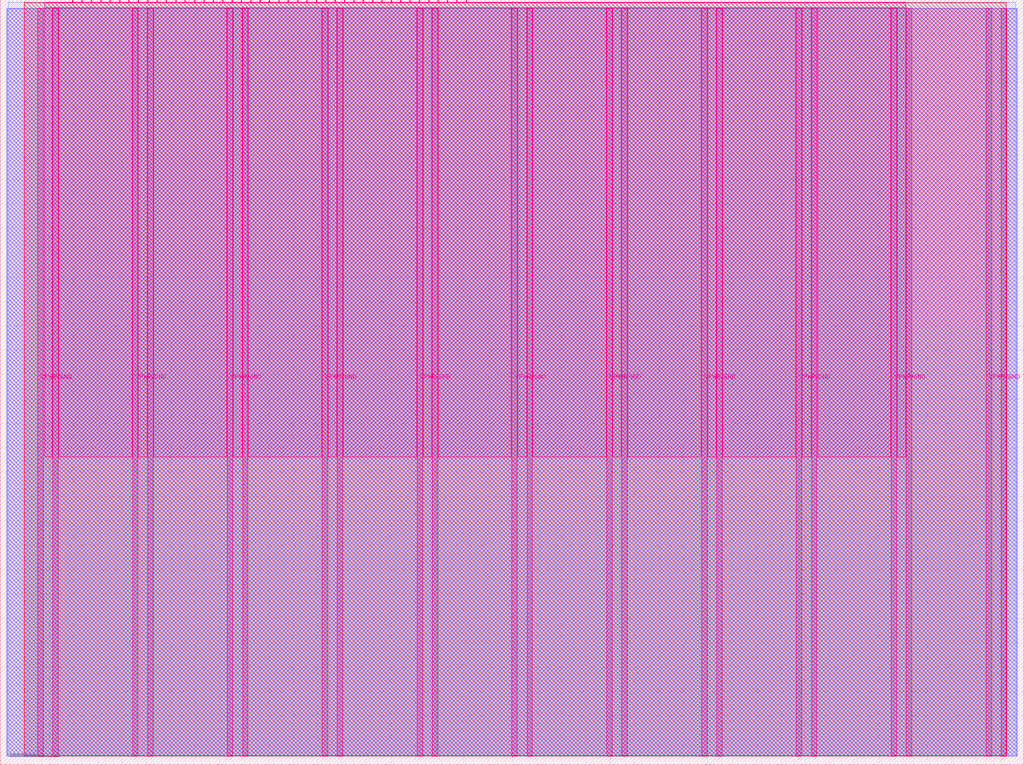
<source format=lef>
VERSION 5.7 ;
  NOWIREEXTENSIONATPIN ON ;
  DIVIDERCHAR "/" ;
  BUSBITCHARS "[]" ;
MACRO tt_um_silice
  CLASS BLOCK ;
  FOREIGN tt_um_silice ;
  ORIGIN 0.000 0.000 ;
  SIZE 419.520 BY 313.740 ;
  PIN VGND
    DIRECTION INOUT ;
    USE GROUND ;
    PORT
      LAYER Metal5 ;
        RECT 21.580 3.560 23.780 310.180 ;
    END
    PORT
      LAYER Metal5 ;
        RECT 60.450 3.560 62.650 310.180 ;
    END
    PORT
      LAYER Metal5 ;
        RECT 99.320 3.560 101.520 310.180 ;
    END
    PORT
      LAYER Metal5 ;
        RECT 138.190 3.560 140.390 310.180 ;
    END
    PORT
      LAYER Metal5 ;
        RECT 177.060 3.560 179.260 310.180 ;
    END
    PORT
      LAYER Metal5 ;
        RECT 215.930 3.560 218.130 310.180 ;
    END
    PORT
      LAYER Metal5 ;
        RECT 254.800 3.560 257.000 310.180 ;
    END
    PORT
      LAYER Metal5 ;
        RECT 293.670 3.560 295.870 310.180 ;
    END
    PORT
      LAYER Metal5 ;
        RECT 332.540 3.560 334.740 310.180 ;
    END
    PORT
      LAYER Metal5 ;
        RECT 371.410 3.560 373.610 310.180 ;
    END
    PORT
      LAYER Metal5 ;
        RECT 410.280 3.560 412.480 310.180 ;
    END
  END VGND
  PIN VPWR
    DIRECTION INOUT ;
    USE POWER ;
    PORT
      LAYER Metal5 ;
        RECT 15.380 3.560 17.580 310.180 ;
    END
    PORT
      LAYER Metal5 ;
        RECT 54.250 3.560 56.450 310.180 ;
    END
    PORT
      LAYER Metal5 ;
        RECT 93.120 3.560 95.320 310.180 ;
    END
    PORT
      LAYER Metal5 ;
        RECT 131.990 3.560 134.190 310.180 ;
    END
    PORT
      LAYER Metal5 ;
        RECT 170.860 3.560 173.060 310.180 ;
    END
    PORT
      LAYER Metal5 ;
        RECT 209.730 3.560 211.930 310.180 ;
    END
    PORT
      LAYER Metal5 ;
        RECT 248.600 3.560 250.800 310.180 ;
    END
    PORT
      LAYER Metal5 ;
        RECT 287.470 3.560 289.670 310.180 ;
    END
    PORT
      LAYER Metal5 ;
        RECT 326.340 3.560 328.540 310.180 ;
    END
    PORT
      LAYER Metal5 ;
        RECT 365.210 3.560 367.410 310.180 ;
    END
    PORT
      LAYER Metal5 ;
        RECT 404.080 3.560 406.280 310.180 ;
    END
  END VPWR
  PIN clk
    DIRECTION INPUT ;
    USE SIGNAL ;
    ANTENNAGATEAREA 0.213200 ;
    PORT
      LAYER Metal5 ;
        RECT 187.050 312.740 187.350 313.740 ;
    END
  END clk
  PIN ena
    DIRECTION INPUT ;
    USE SIGNAL ;
    PORT
      LAYER Metal5 ;
        RECT 190.890 312.740 191.190 313.740 ;
    END
  END ena
  PIN rst_n
    DIRECTION INPUT ;
    USE SIGNAL ;
    ANTENNAGATEAREA 0.180700 ;
    PORT
      LAYER Metal5 ;
        RECT 183.210 312.740 183.510 313.740 ;
    END
  END rst_n
  PIN ui_in[0]
    DIRECTION INPUT ;
    USE SIGNAL ;
    PORT
      LAYER Metal5 ;
        RECT 179.370 312.740 179.670 313.740 ;
    END
  END ui_in[0]
  PIN ui_in[1]
    DIRECTION INPUT ;
    USE SIGNAL ;
    PORT
      LAYER Metal5 ;
        RECT 175.530 312.740 175.830 313.740 ;
    END
  END ui_in[1]
  PIN ui_in[2]
    DIRECTION INPUT ;
    USE SIGNAL ;
    PORT
      LAYER Metal5 ;
        RECT 171.690 312.740 171.990 313.740 ;
    END
  END ui_in[2]
  PIN ui_in[3]
    DIRECTION INPUT ;
    USE SIGNAL ;
    PORT
      LAYER Metal5 ;
        RECT 167.850 312.740 168.150 313.740 ;
    END
  END ui_in[3]
  PIN ui_in[4]
    DIRECTION INPUT ;
    USE SIGNAL ;
    PORT
      LAYER Metal5 ;
        RECT 164.010 312.740 164.310 313.740 ;
    END
  END ui_in[4]
  PIN ui_in[5]
    DIRECTION INPUT ;
    USE SIGNAL ;
    PORT
      LAYER Metal5 ;
        RECT 160.170 312.740 160.470 313.740 ;
    END
  END ui_in[5]
  PIN ui_in[6]
    DIRECTION INPUT ;
    USE SIGNAL ;
    PORT
      LAYER Metal5 ;
        RECT 156.330 312.740 156.630 313.740 ;
    END
  END ui_in[6]
  PIN ui_in[7]
    DIRECTION INPUT ;
    USE SIGNAL ;
    PORT
      LAYER Metal5 ;
        RECT 152.490 312.740 152.790 313.740 ;
    END
  END ui_in[7]
  PIN uio_in[0]
    DIRECTION INPUT ;
    USE SIGNAL ;
    PORT
      LAYER Metal5 ;
        RECT 148.650 312.740 148.950 313.740 ;
    END
  END uio_in[0]
  PIN uio_in[1]
    DIRECTION INPUT ;
    USE SIGNAL ;
    PORT
      LAYER Metal5 ;
        RECT 144.810 312.740 145.110 313.740 ;
    END
  END uio_in[1]
  PIN uio_in[2]
    DIRECTION INPUT ;
    USE SIGNAL ;
    PORT
      LAYER Metal5 ;
        RECT 140.970 312.740 141.270 313.740 ;
    END
  END uio_in[2]
  PIN uio_in[3]
    DIRECTION INPUT ;
    USE SIGNAL ;
    PORT
      LAYER Metal5 ;
        RECT 137.130 312.740 137.430 313.740 ;
    END
  END uio_in[3]
  PIN uio_in[4]
    DIRECTION INPUT ;
    USE SIGNAL ;
    PORT
      LAYER Metal5 ;
        RECT 133.290 312.740 133.590 313.740 ;
    END
  END uio_in[4]
  PIN uio_in[5]
    DIRECTION INPUT ;
    USE SIGNAL ;
    PORT
      LAYER Metal5 ;
        RECT 129.450 312.740 129.750 313.740 ;
    END
  END uio_in[5]
  PIN uio_in[6]
    DIRECTION INPUT ;
    USE SIGNAL ;
    PORT
      LAYER Metal5 ;
        RECT 125.610 312.740 125.910 313.740 ;
    END
  END uio_in[6]
  PIN uio_in[7]
    DIRECTION INPUT ;
    USE SIGNAL ;
    PORT
      LAYER Metal5 ;
        RECT 121.770 312.740 122.070 313.740 ;
    END
  END uio_in[7]
  PIN uio_oe[0]
    DIRECTION OUTPUT ;
    USE SIGNAL ;
    ANTENNADIFFAREA 0.299200 ;
    PORT
      LAYER Metal5 ;
        RECT 56.490 312.740 56.790 313.740 ;
    END
  END uio_oe[0]
  PIN uio_oe[1]
    DIRECTION OUTPUT ;
    USE SIGNAL ;
    ANTENNADIFFAREA 0.299200 ;
    PORT
      LAYER Metal5 ;
        RECT 52.650 312.740 52.950 313.740 ;
    END
  END uio_oe[1]
  PIN uio_oe[2]
    DIRECTION OUTPUT ;
    USE SIGNAL ;
    ANTENNADIFFAREA 0.299200 ;
    PORT
      LAYER Metal5 ;
        RECT 48.810 312.740 49.110 313.740 ;
    END
  END uio_oe[2]
  PIN uio_oe[3]
    DIRECTION OUTPUT ;
    USE SIGNAL ;
    ANTENNADIFFAREA 0.299200 ;
    PORT
      LAYER Metal5 ;
        RECT 44.970 312.740 45.270 313.740 ;
    END
  END uio_oe[3]
  PIN uio_oe[4]
    DIRECTION OUTPUT ;
    USE SIGNAL ;
    ANTENNADIFFAREA 0.299200 ;
    PORT
      LAYER Metal5 ;
        RECT 41.130 312.740 41.430 313.740 ;
    END
  END uio_oe[4]
  PIN uio_oe[5]
    DIRECTION OUTPUT ;
    USE SIGNAL ;
    ANTENNADIFFAREA 0.299200 ;
    PORT
      LAYER Metal5 ;
        RECT 37.290 312.740 37.590 313.740 ;
    END
  END uio_oe[5]
  PIN uio_oe[6]
    DIRECTION OUTPUT ;
    USE SIGNAL ;
    ANTENNADIFFAREA 0.299200 ;
    PORT
      LAYER Metal5 ;
        RECT 33.450 312.740 33.750 313.740 ;
    END
  END uio_oe[6]
  PIN uio_oe[7]
    DIRECTION OUTPUT ;
    USE SIGNAL ;
    ANTENNADIFFAREA 0.392700 ;
    PORT
      LAYER Metal5 ;
        RECT 29.610 312.740 29.910 313.740 ;
    END
  END uio_oe[7]
  PIN uio_out[0]
    DIRECTION OUTPUT ;
    USE SIGNAL ;
    ANTENNADIFFAREA 0.299200 ;
    PORT
      LAYER Metal5 ;
        RECT 87.210 312.740 87.510 313.740 ;
    END
  END uio_out[0]
  PIN uio_out[1]
    DIRECTION OUTPUT ;
    USE SIGNAL ;
    ANTENNADIFFAREA 0.299200 ;
    PORT
      LAYER Metal5 ;
        RECT 83.370 312.740 83.670 313.740 ;
    END
  END uio_out[1]
  PIN uio_out[2]
    DIRECTION OUTPUT ;
    USE SIGNAL ;
    ANTENNADIFFAREA 0.299200 ;
    PORT
      LAYER Metal5 ;
        RECT 79.530 312.740 79.830 313.740 ;
    END
  END uio_out[2]
  PIN uio_out[3]
    DIRECTION OUTPUT ;
    USE SIGNAL ;
    ANTENNADIFFAREA 0.299200 ;
    PORT
      LAYER Metal5 ;
        RECT 75.690 312.740 75.990 313.740 ;
    END
  END uio_out[3]
  PIN uio_out[4]
    DIRECTION OUTPUT ;
    USE SIGNAL ;
    ANTENNADIFFAREA 0.299200 ;
    PORT
      LAYER Metal5 ;
        RECT 71.850 312.740 72.150 313.740 ;
    END
  END uio_out[4]
  PIN uio_out[5]
    DIRECTION OUTPUT ;
    USE SIGNAL ;
    ANTENNADIFFAREA 0.299200 ;
    PORT
      LAYER Metal5 ;
        RECT 68.010 312.740 68.310 313.740 ;
    END
  END uio_out[5]
  PIN uio_out[6]
    DIRECTION OUTPUT ;
    USE SIGNAL ;
    ANTENNADIFFAREA 0.299200 ;
    PORT
      LAYER Metal5 ;
        RECT 64.170 312.740 64.470 313.740 ;
    END
  END uio_out[6]
  PIN uio_out[7]
    DIRECTION OUTPUT ;
    USE SIGNAL ;
    ANTENNADIFFAREA 0.632400 ;
    PORT
      LAYER Metal5 ;
        RECT 60.330 312.740 60.630 313.740 ;
    END
  END uio_out[7]
  PIN uo_out[0]
    DIRECTION OUTPUT ;
    USE SIGNAL ;
    ANTENNADIFFAREA 0.632400 ;
    PORT
      LAYER Metal5 ;
        RECT 117.930 312.740 118.230 313.740 ;
    END
  END uo_out[0]
  PIN uo_out[1]
    DIRECTION OUTPUT ;
    USE SIGNAL ;
    ANTENNADIFFAREA 0.632400 ;
    PORT
      LAYER Metal5 ;
        RECT 114.090 312.740 114.390 313.740 ;
    END
  END uo_out[1]
  PIN uo_out[2]
    DIRECTION OUTPUT ;
    USE SIGNAL ;
    ANTENNADIFFAREA 0.632400 ;
    PORT
      LAYER Metal5 ;
        RECT 110.250 312.740 110.550 313.740 ;
    END
  END uo_out[2]
  PIN uo_out[3]
    DIRECTION OUTPUT ;
    USE SIGNAL ;
    ANTENNADIFFAREA 0.706800 ;
    PORT
      LAYER Metal5 ;
        RECT 106.410 312.740 106.710 313.740 ;
    END
  END uo_out[3]
  PIN uo_out[4]
    DIRECTION OUTPUT ;
    USE SIGNAL ;
    ANTENNADIFFAREA 0.632400 ;
    PORT
      LAYER Metal5 ;
        RECT 102.570 312.740 102.870 313.740 ;
    END
  END uo_out[4]
  PIN uo_out[5]
    DIRECTION OUTPUT ;
    USE SIGNAL ;
    ANTENNADIFFAREA 0.632400 ;
    PORT
      LAYER Metal5 ;
        RECT 98.730 312.740 99.030 313.740 ;
    END
  END uo_out[5]
  PIN uo_out[6]
    DIRECTION OUTPUT ;
    USE SIGNAL ;
    ANTENNADIFFAREA 0.632400 ;
    PORT
      LAYER Metal5 ;
        RECT 94.890 312.740 95.190 313.740 ;
    END
  END uo_out[6]
  PIN uo_out[7]
    DIRECTION OUTPUT ;
    USE SIGNAL ;
    ANTENNADIFFAREA 0.632400 ;
    PORT
      LAYER Metal5 ;
        RECT 91.050 312.740 91.350 313.740 ;
    END
  END uo_out[7]
  OBS
      LAYER GatPoly ;
        RECT 2.880 3.630 416.640 310.110 ;
      LAYER Metal1 ;
        RECT 2.880 3.560 416.640 310.180 ;
      LAYER Metal2 ;
        RECT 2.605 3.680 416.740 310.060 ;
      LAYER Metal3 ;
        RECT 3.260 3.635 416.260 312.625 ;
      LAYER Metal4 ;
        RECT 9.935 3.680 412.345 312.580 ;
      LAYER Metal5 ;
        RECT 18.140 312.530 29.400 312.740 ;
        RECT 30.120 312.530 33.240 312.740 ;
        RECT 33.960 312.530 37.080 312.740 ;
        RECT 37.800 312.530 40.920 312.740 ;
        RECT 41.640 312.530 44.760 312.740 ;
        RECT 45.480 312.530 48.600 312.740 ;
        RECT 49.320 312.530 52.440 312.740 ;
        RECT 53.160 312.530 56.280 312.740 ;
        RECT 57.000 312.530 60.120 312.740 ;
        RECT 60.840 312.530 63.960 312.740 ;
        RECT 64.680 312.530 67.800 312.740 ;
        RECT 68.520 312.530 71.640 312.740 ;
        RECT 72.360 312.530 75.480 312.740 ;
        RECT 76.200 312.530 79.320 312.740 ;
        RECT 80.040 312.530 83.160 312.740 ;
        RECT 83.880 312.530 87.000 312.740 ;
        RECT 87.720 312.530 90.840 312.740 ;
        RECT 91.560 312.530 94.680 312.740 ;
        RECT 95.400 312.530 98.520 312.740 ;
        RECT 99.240 312.530 102.360 312.740 ;
        RECT 103.080 312.530 106.200 312.740 ;
        RECT 106.920 312.530 110.040 312.740 ;
        RECT 110.760 312.530 113.880 312.740 ;
        RECT 114.600 312.530 117.720 312.740 ;
        RECT 118.440 312.530 121.560 312.740 ;
        RECT 122.280 312.530 125.400 312.740 ;
        RECT 126.120 312.530 129.240 312.740 ;
        RECT 129.960 312.530 133.080 312.740 ;
        RECT 133.800 312.530 136.920 312.740 ;
        RECT 137.640 312.530 140.760 312.740 ;
        RECT 141.480 312.530 144.600 312.740 ;
        RECT 145.320 312.530 148.440 312.740 ;
        RECT 149.160 312.530 152.280 312.740 ;
        RECT 153.000 312.530 156.120 312.740 ;
        RECT 156.840 312.530 159.960 312.740 ;
        RECT 160.680 312.530 163.800 312.740 ;
        RECT 164.520 312.530 167.640 312.740 ;
        RECT 168.360 312.530 171.480 312.740 ;
        RECT 172.200 312.530 175.320 312.740 ;
        RECT 176.040 312.530 179.160 312.740 ;
        RECT 179.880 312.530 183.000 312.740 ;
        RECT 183.720 312.530 186.840 312.740 ;
        RECT 187.560 312.530 190.680 312.740 ;
        RECT 191.400 312.530 371.140 312.740 ;
        RECT 18.140 310.390 371.140 312.530 ;
        RECT 18.140 126.275 21.370 310.390 ;
        RECT 23.990 126.275 54.040 310.390 ;
        RECT 56.660 126.275 60.240 310.390 ;
        RECT 62.860 126.275 92.910 310.390 ;
        RECT 95.530 126.275 99.110 310.390 ;
        RECT 101.730 126.275 131.780 310.390 ;
        RECT 134.400 126.275 137.980 310.390 ;
        RECT 140.600 126.275 170.650 310.390 ;
        RECT 173.270 126.275 176.850 310.390 ;
        RECT 179.470 126.275 209.520 310.390 ;
        RECT 212.140 126.275 215.720 310.390 ;
        RECT 218.340 126.275 248.390 310.390 ;
        RECT 251.010 126.275 254.590 310.390 ;
        RECT 257.210 126.275 287.260 310.390 ;
        RECT 289.880 126.275 293.460 310.390 ;
        RECT 296.080 126.275 326.130 310.390 ;
        RECT 328.750 126.275 332.330 310.390 ;
        RECT 334.950 126.275 365.000 310.390 ;
        RECT 367.620 126.275 371.140 310.390 ;
  END
END tt_um_silice
END LIBRARY


</source>
